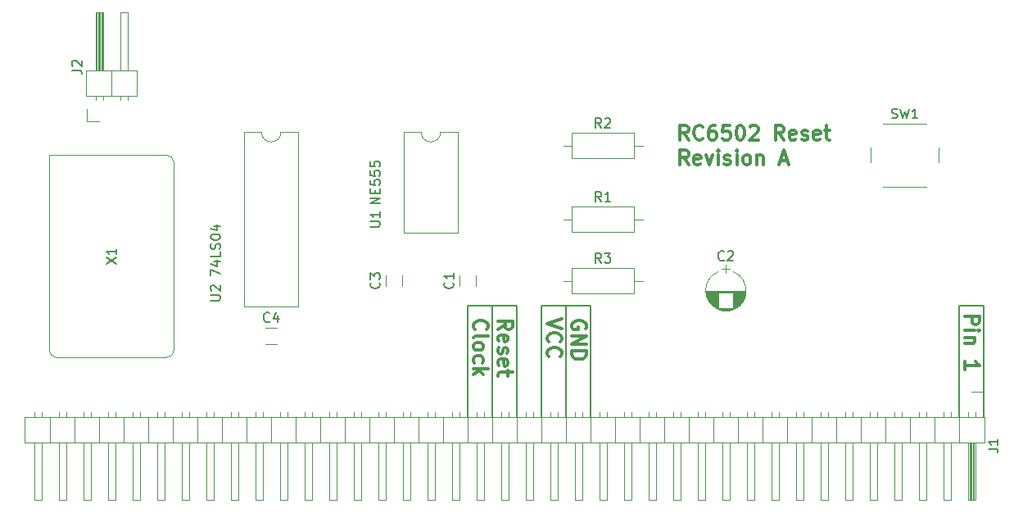
<source format=gto>
G04 #@! TF.FileFunction,Legend,Top*
%FSLAX46Y46*%
G04 Gerber Fmt 4.6, Leading zero omitted, Abs format (unit mm)*
G04 Created by KiCad (PCBNEW 4.0.6) date 05/15/17 22:27:35*
%MOMM*%
%LPD*%
G01*
G04 APERTURE LIST*
%ADD10C,0.100000*%
%ADD11C,0.300000*%
%ADD12C,0.200000*%
%ADD13C,0.120000*%
%ADD14C,0.150000*%
G04 APERTURE END LIST*
D10*
D11*
X139164286Y-138374286D02*
X139092857Y-138302857D01*
X139021429Y-138088571D01*
X139021429Y-137945714D01*
X139092857Y-137731429D01*
X139235714Y-137588571D01*
X139378571Y-137517143D01*
X139664286Y-137445714D01*
X139878571Y-137445714D01*
X140164286Y-137517143D01*
X140307143Y-137588571D01*
X140450000Y-137731429D01*
X140521429Y-137945714D01*
X140521429Y-138088571D01*
X140450000Y-138302857D01*
X140378571Y-138374286D01*
X139021429Y-139231429D02*
X139092857Y-139088571D01*
X139235714Y-139017143D01*
X140521429Y-139017143D01*
X139021429Y-140017143D02*
X139092857Y-139874285D01*
X139164286Y-139802857D01*
X139307143Y-139731428D01*
X139735714Y-139731428D01*
X139878571Y-139802857D01*
X139950000Y-139874285D01*
X140021429Y-140017143D01*
X140021429Y-140231428D01*
X139950000Y-140374285D01*
X139878571Y-140445714D01*
X139735714Y-140517143D01*
X139307143Y-140517143D01*
X139164286Y-140445714D01*
X139092857Y-140374285D01*
X139021429Y-140231428D01*
X139021429Y-140017143D01*
X139092857Y-141802857D02*
X139021429Y-141660000D01*
X139021429Y-141374286D01*
X139092857Y-141231428D01*
X139164286Y-141160000D01*
X139307143Y-141088571D01*
X139735714Y-141088571D01*
X139878571Y-141160000D01*
X139950000Y-141231428D01*
X140021429Y-141374286D01*
X140021429Y-141660000D01*
X139950000Y-141802857D01*
X139021429Y-142445714D02*
X140521429Y-142445714D01*
X139592857Y-142588571D02*
X139021429Y-143017142D01*
X140021429Y-143017142D02*
X139450000Y-142445714D01*
X141561429Y-138374286D02*
X142275714Y-137874286D01*
X141561429Y-137517143D02*
X143061429Y-137517143D01*
X143061429Y-138088571D01*
X142990000Y-138231429D01*
X142918571Y-138302857D01*
X142775714Y-138374286D01*
X142561429Y-138374286D01*
X142418571Y-138302857D01*
X142347143Y-138231429D01*
X142275714Y-138088571D01*
X142275714Y-137517143D01*
X141632857Y-139588571D02*
X141561429Y-139445714D01*
X141561429Y-139160000D01*
X141632857Y-139017143D01*
X141775714Y-138945714D01*
X142347143Y-138945714D01*
X142490000Y-139017143D01*
X142561429Y-139160000D01*
X142561429Y-139445714D01*
X142490000Y-139588571D01*
X142347143Y-139660000D01*
X142204286Y-139660000D01*
X142061429Y-138945714D01*
X141632857Y-140231428D02*
X141561429Y-140374285D01*
X141561429Y-140660000D01*
X141632857Y-140802857D01*
X141775714Y-140874285D01*
X141847143Y-140874285D01*
X141990000Y-140802857D01*
X142061429Y-140660000D01*
X142061429Y-140445714D01*
X142132857Y-140302857D01*
X142275714Y-140231428D01*
X142347143Y-140231428D01*
X142490000Y-140302857D01*
X142561429Y-140445714D01*
X142561429Y-140660000D01*
X142490000Y-140802857D01*
X141632857Y-142088571D02*
X141561429Y-141945714D01*
X141561429Y-141660000D01*
X141632857Y-141517143D01*
X141775714Y-141445714D01*
X142347143Y-141445714D01*
X142490000Y-141517143D01*
X142561429Y-141660000D01*
X142561429Y-141945714D01*
X142490000Y-142088571D01*
X142347143Y-142160000D01*
X142204286Y-142160000D01*
X142061429Y-141445714D01*
X142561429Y-142588571D02*
X142561429Y-143160000D01*
X143061429Y-142802857D02*
X141775714Y-142802857D01*
X141632857Y-142874285D01*
X141561429Y-143017143D01*
X141561429Y-143160000D01*
X148141429Y-137302857D02*
X146641429Y-137802857D01*
X148141429Y-138302857D01*
X146784286Y-139660000D02*
X146712857Y-139588571D01*
X146641429Y-139374285D01*
X146641429Y-139231428D01*
X146712857Y-139017143D01*
X146855714Y-138874285D01*
X146998571Y-138802857D01*
X147284286Y-138731428D01*
X147498571Y-138731428D01*
X147784286Y-138802857D01*
X147927143Y-138874285D01*
X148070000Y-139017143D01*
X148141429Y-139231428D01*
X148141429Y-139374285D01*
X148070000Y-139588571D01*
X147998571Y-139660000D01*
X146784286Y-141160000D02*
X146712857Y-141088571D01*
X146641429Y-140874285D01*
X146641429Y-140731428D01*
X146712857Y-140517143D01*
X146855714Y-140374285D01*
X146998571Y-140302857D01*
X147284286Y-140231428D01*
X147498571Y-140231428D01*
X147784286Y-140302857D01*
X147927143Y-140374285D01*
X148070000Y-140517143D01*
X148141429Y-140731428D01*
X148141429Y-140874285D01*
X148070000Y-141088571D01*
X147998571Y-141160000D01*
X150610000Y-138302857D02*
X150681429Y-138160000D01*
X150681429Y-137945714D01*
X150610000Y-137731429D01*
X150467143Y-137588571D01*
X150324286Y-137517143D01*
X150038571Y-137445714D01*
X149824286Y-137445714D01*
X149538571Y-137517143D01*
X149395714Y-137588571D01*
X149252857Y-137731429D01*
X149181429Y-137945714D01*
X149181429Y-138088571D01*
X149252857Y-138302857D01*
X149324286Y-138374286D01*
X149824286Y-138374286D01*
X149824286Y-138088571D01*
X149181429Y-139017143D02*
X150681429Y-139017143D01*
X149181429Y-139874286D01*
X150681429Y-139874286D01*
X149181429Y-140588572D02*
X150681429Y-140588572D01*
X150681429Y-140945715D01*
X150610000Y-141160000D01*
X150467143Y-141302858D01*
X150324286Y-141374286D01*
X150038571Y-141445715D01*
X149824286Y-141445715D01*
X149538571Y-141374286D01*
X149395714Y-141302858D01*
X149252857Y-141160000D01*
X149181429Y-140945715D01*
X149181429Y-140588572D01*
D12*
X138430000Y-135890000D02*
X140970000Y-135890000D01*
X138430000Y-147320000D02*
X138430000Y-135890000D01*
X140970000Y-135890000D02*
X140970000Y-147320000D01*
X143510000Y-135890000D02*
X140970000Y-135890000D01*
X143510000Y-147320000D02*
X143510000Y-135890000D01*
X146050000Y-135890000D02*
X146050000Y-147320000D01*
X148590000Y-135890000D02*
X146050000Y-135890000D01*
X148590000Y-135890000D02*
X148590000Y-147320000D01*
X151130000Y-135890000D02*
X148590000Y-135890000D01*
X151130000Y-147320000D02*
X151130000Y-135890000D01*
D11*
X161234286Y-118783571D02*
X160734286Y-118069286D01*
X160377143Y-118783571D02*
X160377143Y-117283571D01*
X160948571Y-117283571D01*
X161091429Y-117355000D01*
X161162857Y-117426429D01*
X161234286Y-117569286D01*
X161234286Y-117783571D01*
X161162857Y-117926429D01*
X161091429Y-117997857D01*
X160948571Y-118069286D01*
X160377143Y-118069286D01*
X162734286Y-118640714D02*
X162662857Y-118712143D01*
X162448571Y-118783571D01*
X162305714Y-118783571D01*
X162091429Y-118712143D01*
X161948571Y-118569286D01*
X161877143Y-118426429D01*
X161805714Y-118140714D01*
X161805714Y-117926429D01*
X161877143Y-117640714D01*
X161948571Y-117497857D01*
X162091429Y-117355000D01*
X162305714Y-117283571D01*
X162448571Y-117283571D01*
X162662857Y-117355000D01*
X162734286Y-117426429D01*
X164020000Y-117283571D02*
X163734286Y-117283571D01*
X163591429Y-117355000D01*
X163520000Y-117426429D01*
X163377143Y-117640714D01*
X163305714Y-117926429D01*
X163305714Y-118497857D01*
X163377143Y-118640714D01*
X163448571Y-118712143D01*
X163591429Y-118783571D01*
X163877143Y-118783571D01*
X164020000Y-118712143D01*
X164091429Y-118640714D01*
X164162857Y-118497857D01*
X164162857Y-118140714D01*
X164091429Y-117997857D01*
X164020000Y-117926429D01*
X163877143Y-117855000D01*
X163591429Y-117855000D01*
X163448571Y-117926429D01*
X163377143Y-117997857D01*
X163305714Y-118140714D01*
X165520000Y-117283571D02*
X164805714Y-117283571D01*
X164734285Y-117997857D01*
X164805714Y-117926429D01*
X164948571Y-117855000D01*
X165305714Y-117855000D01*
X165448571Y-117926429D01*
X165520000Y-117997857D01*
X165591428Y-118140714D01*
X165591428Y-118497857D01*
X165520000Y-118640714D01*
X165448571Y-118712143D01*
X165305714Y-118783571D01*
X164948571Y-118783571D01*
X164805714Y-118712143D01*
X164734285Y-118640714D01*
X166519999Y-117283571D02*
X166662856Y-117283571D01*
X166805713Y-117355000D01*
X166877142Y-117426429D01*
X166948571Y-117569286D01*
X167019999Y-117855000D01*
X167019999Y-118212143D01*
X166948571Y-118497857D01*
X166877142Y-118640714D01*
X166805713Y-118712143D01*
X166662856Y-118783571D01*
X166519999Y-118783571D01*
X166377142Y-118712143D01*
X166305713Y-118640714D01*
X166234285Y-118497857D01*
X166162856Y-118212143D01*
X166162856Y-117855000D01*
X166234285Y-117569286D01*
X166305713Y-117426429D01*
X166377142Y-117355000D01*
X166519999Y-117283571D01*
X167591427Y-117426429D02*
X167662856Y-117355000D01*
X167805713Y-117283571D01*
X168162856Y-117283571D01*
X168305713Y-117355000D01*
X168377142Y-117426429D01*
X168448570Y-117569286D01*
X168448570Y-117712143D01*
X168377142Y-117926429D01*
X167519999Y-118783571D01*
X168448570Y-118783571D01*
X171091427Y-118783571D02*
X170591427Y-118069286D01*
X170234284Y-118783571D02*
X170234284Y-117283571D01*
X170805712Y-117283571D01*
X170948570Y-117355000D01*
X171019998Y-117426429D01*
X171091427Y-117569286D01*
X171091427Y-117783571D01*
X171019998Y-117926429D01*
X170948570Y-117997857D01*
X170805712Y-118069286D01*
X170234284Y-118069286D01*
X172305712Y-118712143D02*
X172162855Y-118783571D01*
X171877141Y-118783571D01*
X171734284Y-118712143D01*
X171662855Y-118569286D01*
X171662855Y-117997857D01*
X171734284Y-117855000D01*
X171877141Y-117783571D01*
X172162855Y-117783571D01*
X172305712Y-117855000D01*
X172377141Y-117997857D01*
X172377141Y-118140714D01*
X171662855Y-118283571D01*
X172948569Y-118712143D02*
X173091426Y-118783571D01*
X173377141Y-118783571D01*
X173519998Y-118712143D01*
X173591426Y-118569286D01*
X173591426Y-118497857D01*
X173519998Y-118355000D01*
X173377141Y-118283571D01*
X173162855Y-118283571D01*
X173019998Y-118212143D01*
X172948569Y-118069286D01*
X172948569Y-117997857D01*
X173019998Y-117855000D01*
X173162855Y-117783571D01*
X173377141Y-117783571D01*
X173519998Y-117855000D01*
X174805712Y-118712143D02*
X174662855Y-118783571D01*
X174377141Y-118783571D01*
X174234284Y-118712143D01*
X174162855Y-118569286D01*
X174162855Y-117997857D01*
X174234284Y-117855000D01*
X174377141Y-117783571D01*
X174662855Y-117783571D01*
X174805712Y-117855000D01*
X174877141Y-117997857D01*
X174877141Y-118140714D01*
X174162855Y-118283571D01*
X175305712Y-117783571D02*
X175877141Y-117783571D01*
X175519998Y-117283571D02*
X175519998Y-118569286D01*
X175591426Y-118712143D01*
X175734284Y-118783571D01*
X175877141Y-118783571D01*
X161234286Y-121333571D02*
X160734286Y-120619286D01*
X160377143Y-121333571D02*
X160377143Y-119833571D01*
X160948571Y-119833571D01*
X161091429Y-119905000D01*
X161162857Y-119976429D01*
X161234286Y-120119286D01*
X161234286Y-120333571D01*
X161162857Y-120476429D01*
X161091429Y-120547857D01*
X160948571Y-120619286D01*
X160377143Y-120619286D01*
X162448571Y-121262143D02*
X162305714Y-121333571D01*
X162020000Y-121333571D01*
X161877143Y-121262143D01*
X161805714Y-121119286D01*
X161805714Y-120547857D01*
X161877143Y-120405000D01*
X162020000Y-120333571D01*
X162305714Y-120333571D01*
X162448571Y-120405000D01*
X162520000Y-120547857D01*
X162520000Y-120690714D01*
X161805714Y-120833571D01*
X163020000Y-120333571D02*
X163377143Y-121333571D01*
X163734285Y-120333571D01*
X164305714Y-121333571D02*
X164305714Y-120333571D01*
X164305714Y-119833571D02*
X164234285Y-119905000D01*
X164305714Y-119976429D01*
X164377142Y-119905000D01*
X164305714Y-119833571D01*
X164305714Y-119976429D01*
X164948571Y-121262143D02*
X165091428Y-121333571D01*
X165377143Y-121333571D01*
X165520000Y-121262143D01*
X165591428Y-121119286D01*
X165591428Y-121047857D01*
X165520000Y-120905000D01*
X165377143Y-120833571D01*
X165162857Y-120833571D01*
X165020000Y-120762143D01*
X164948571Y-120619286D01*
X164948571Y-120547857D01*
X165020000Y-120405000D01*
X165162857Y-120333571D01*
X165377143Y-120333571D01*
X165520000Y-120405000D01*
X166234286Y-121333571D02*
X166234286Y-120333571D01*
X166234286Y-119833571D02*
X166162857Y-119905000D01*
X166234286Y-119976429D01*
X166305714Y-119905000D01*
X166234286Y-119833571D01*
X166234286Y-119976429D01*
X167162858Y-121333571D02*
X167020000Y-121262143D01*
X166948572Y-121190714D01*
X166877143Y-121047857D01*
X166877143Y-120619286D01*
X166948572Y-120476429D01*
X167020000Y-120405000D01*
X167162858Y-120333571D01*
X167377143Y-120333571D01*
X167520000Y-120405000D01*
X167591429Y-120476429D01*
X167662858Y-120619286D01*
X167662858Y-121047857D01*
X167591429Y-121190714D01*
X167520000Y-121262143D01*
X167377143Y-121333571D01*
X167162858Y-121333571D01*
X168305715Y-120333571D02*
X168305715Y-121333571D01*
X168305715Y-120476429D02*
X168377143Y-120405000D01*
X168520001Y-120333571D01*
X168734286Y-120333571D01*
X168877143Y-120405000D01*
X168948572Y-120547857D01*
X168948572Y-121333571D01*
X170734286Y-120905000D02*
X171448572Y-120905000D01*
X170591429Y-121333571D02*
X171091429Y-119833571D01*
X171591429Y-121333571D01*
X189821429Y-136985715D02*
X191321429Y-136985715D01*
X191321429Y-137557143D01*
X191250000Y-137700001D01*
X191178571Y-137771429D01*
X191035714Y-137842858D01*
X190821429Y-137842858D01*
X190678571Y-137771429D01*
X190607143Y-137700001D01*
X190535714Y-137557143D01*
X190535714Y-136985715D01*
X189821429Y-138485715D02*
X190821429Y-138485715D01*
X191321429Y-138485715D02*
X191250000Y-138414286D01*
X191178571Y-138485715D01*
X191250000Y-138557143D01*
X191321429Y-138485715D01*
X191178571Y-138485715D01*
X190821429Y-139200001D02*
X189821429Y-139200001D01*
X190678571Y-139200001D02*
X190750000Y-139271429D01*
X190821429Y-139414287D01*
X190821429Y-139628572D01*
X190750000Y-139771429D01*
X190607143Y-139842858D01*
X189821429Y-139842858D01*
X189821429Y-142485715D02*
X189821429Y-141628572D01*
X189821429Y-142057144D02*
X191321429Y-142057144D01*
X191107143Y-141914287D01*
X190964286Y-141771429D01*
X190892857Y-141628572D01*
D12*
X191770000Y-135890000D02*
X191770000Y-147320000D01*
X189230000Y-135890000D02*
X191770000Y-135890000D01*
X189230000Y-147320000D02*
X189230000Y-135890000D01*
D13*
X149190000Y-125690000D02*
X149190000Y-128310000D01*
X149190000Y-128310000D02*
X155610000Y-128310000D01*
X155610000Y-128310000D02*
X155610000Y-125690000D01*
X155610000Y-125690000D02*
X149190000Y-125690000D01*
X148300000Y-127000000D02*
X149190000Y-127000000D01*
X156500000Y-127000000D02*
X155610000Y-127000000D01*
X149190000Y-118070000D02*
X149190000Y-120690000D01*
X149190000Y-120690000D02*
X155610000Y-120690000D01*
X155610000Y-120690000D02*
X155610000Y-118070000D01*
X155610000Y-118070000D02*
X149190000Y-118070000D01*
X148300000Y-119380000D02*
X149190000Y-119380000D01*
X156500000Y-119380000D02*
X155610000Y-119380000D01*
X181340000Y-123610000D02*
X185840000Y-123610000D01*
X180090000Y-119610000D02*
X180090000Y-121110000D01*
X185840000Y-117110000D02*
X181340000Y-117110000D01*
X187090000Y-121110000D02*
X187090000Y-119610000D01*
X133620000Y-117990000D02*
X131850000Y-117990000D01*
X131850000Y-117990000D02*
X131850000Y-128390000D01*
X131850000Y-128390000D02*
X137390000Y-128390000D01*
X137390000Y-128390000D02*
X137390000Y-117990000D01*
X137390000Y-117990000D02*
X135620000Y-117990000D01*
X135620000Y-117990000D02*
G75*
G02X133620000Y-117990000I-1000000J0D01*
G01*
X117110000Y-117990000D02*
X115340000Y-117990000D01*
X115340000Y-117990000D02*
X115340000Y-136010000D01*
X115340000Y-136010000D02*
X120880000Y-136010000D01*
X120880000Y-136010000D02*
X120880000Y-117990000D01*
X120880000Y-117990000D02*
X119110000Y-117990000D01*
X119110000Y-117990000D02*
G75*
G02X117110000Y-117990000I-1000000J0D01*
G01*
X139291000Y-132743000D02*
X139291000Y-133917000D01*
X137569000Y-132743000D02*
X137569000Y-133917000D01*
X165879089Y-136289361D02*
G75*
G03X165880000Y-132411005I-779089J1939361D01*
G01*
X164320911Y-136289361D02*
G75*
G02X164320000Y-132411005I779089J1939361D01*
G01*
X164320911Y-136289361D02*
G75*
G03X165880000Y-136288995I779089J1939361D01*
G01*
X167150000Y-134350000D02*
X163050000Y-134350000D01*
X167150000Y-134390000D02*
X163050000Y-134390000D01*
X167149000Y-134430000D02*
X163051000Y-134430000D01*
X167147000Y-134470000D02*
X163053000Y-134470000D01*
X167144000Y-134510000D02*
X163056000Y-134510000D01*
X167141000Y-134550000D02*
X163059000Y-134550000D01*
X167137000Y-134590000D02*
X165880000Y-134590000D01*
X164320000Y-134590000D02*
X163063000Y-134590000D01*
X167132000Y-134630000D02*
X165880000Y-134630000D01*
X164320000Y-134630000D02*
X163068000Y-134630000D01*
X167126000Y-134670000D02*
X165880000Y-134670000D01*
X164320000Y-134670000D02*
X163074000Y-134670000D01*
X167119000Y-134710000D02*
X165880000Y-134710000D01*
X164320000Y-134710000D02*
X163081000Y-134710000D01*
X167112000Y-134750000D02*
X165880000Y-134750000D01*
X164320000Y-134750000D02*
X163088000Y-134750000D01*
X167104000Y-134790000D02*
X165880000Y-134790000D01*
X164320000Y-134790000D02*
X163096000Y-134790000D01*
X167095000Y-134830000D02*
X165880000Y-134830000D01*
X164320000Y-134830000D02*
X163105000Y-134830000D01*
X167085000Y-134870000D02*
X165880000Y-134870000D01*
X164320000Y-134870000D02*
X163115000Y-134870000D01*
X167074000Y-134910000D02*
X165880000Y-134910000D01*
X164320000Y-134910000D02*
X163126000Y-134910000D01*
X167063000Y-134950000D02*
X165880000Y-134950000D01*
X164320000Y-134950000D02*
X163137000Y-134950000D01*
X167050000Y-134990000D02*
X165880000Y-134990000D01*
X164320000Y-134990000D02*
X163150000Y-134990000D01*
X167037000Y-135030000D02*
X165880000Y-135030000D01*
X164320000Y-135030000D02*
X163163000Y-135030000D01*
X167023000Y-135071000D02*
X165880000Y-135071000D01*
X164320000Y-135071000D02*
X163177000Y-135071000D01*
X167007000Y-135111000D02*
X165880000Y-135111000D01*
X164320000Y-135111000D02*
X163193000Y-135111000D01*
X166991000Y-135151000D02*
X165880000Y-135151000D01*
X164320000Y-135151000D02*
X163209000Y-135151000D01*
X166974000Y-135191000D02*
X165880000Y-135191000D01*
X164320000Y-135191000D02*
X163226000Y-135191000D01*
X166956000Y-135231000D02*
X165880000Y-135231000D01*
X164320000Y-135231000D02*
X163244000Y-135231000D01*
X166937000Y-135271000D02*
X165880000Y-135271000D01*
X164320000Y-135271000D02*
X163263000Y-135271000D01*
X166917000Y-135311000D02*
X165880000Y-135311000D01*
X164320000Y-135311000D02*
X163283000Y-135311000D01*
X166896000Y-135351000D02*
X165880000Y-135351000D01*
X164320000Y-135351000D02*
X163304000Y-135351000D01*
X166873000Y-135391000D02*
X165880000Y-135391000D01*
X164320000Y-135391000D02*
X163327000Y-135391000D01*
X166850000Y-135431000D02*
X165880000Y-135431000D01*
X164320000Y-135431000D02*
X163350000Y-135431000D01*
X166825000Y-135471000D02*
X165880000Y-135471000D01*
X164320000Y-135471000D02*
X163375000Y-135471000D01*
X166799000Y-135511000D02*
X165880000Y-135511000D01*
X164320000Y-135511000D02*
X163401000Y-135511000D01*
X166772000Y-135551000D02*
X165880000Y-135551000D01*
X164320000Y-135551000D02*
X163428000Y-135551000D01*
X166743000Y-135591000D02*
X165880000Y-135591000D01*
X164320000Y-135591000D02*
X163457000Y-135591000D01*
X166713000Y-135631000D02*
X165880000Y-135631000D01*
X164320000Y-135631000D02*
X163487000Y-135631000D01*
X166681000Y-135671000D02*
X165880000Y-135671000D01*
X164320000Y-135671000D02*
X163519000Y-135671000D01*
X166647000Y-135711000D02*
X165880000Y-135711000D01*
X164320000Y-135711000D02*
X163553000Y-135711000D01*
X166612000Y-135751000D02*
X165880000Y-135751000D01*
X164320000Y-135751000D02*
X163588000Y-135751000D01*
X166575000Y-135791000D02*
X165880000Y-135791000D01*
X164320000Y-135791000D02*
X163625000Y-135791000D01*
X166536000Y-135831000D02*
X165880000Y-135831000D01*
X164320000Y-135831000D02*
X163664000Y-135831000D01*
X166495000Y-135871000D02*
X165880000Y-135871000D01*
X164320000Y-135871000D02*
X163705000Y-135871000D01*
X166451000Y-135911000D02*
X165880000Y-135911000D01*
X164320000Y-135911000D02*
X163749000Y-135911000D01*
X166405000Y-135951000D02*
X165880000Y-135951000D01*
X164320000Y-135951000D02*
X163795000Y-135951000D01*
X166356000Y-135991000D02*
X165880000Y-135991000D01*
X164320000Y-135991000D02*
X163844000Y-135991000D01*
X166304000Y-136031000D02*
X165880000Y-136031000D01*
X164320000Y-136031000D02*
X163896000Y-136031000D01*
X166248000Y-136071000D02*
X165880000Y-136071000D01*
X164320000Y-136071000D02*
X163952000Y-136071000D01*
X166188000Y-136111000D02*
X165880000Y-136111000D01*
X164320000Y-136111000D02*
X164012000Y-136111000D01*
X166123000Y-136151000D02*
X164077000Y-136151000D01*
X166052000Y-136191000D02*
X164148000Y-136191000D01*
X165974000Y-136231000D02*
X164226000Y-136231000D01*
X165886000Y-136271000D02*
X164314000Y-136271000D01*
X165786000Y-136311000D02*
X164414000Y-136311000D01*
X165667000Y-136351000D02*
X164533000Y-136351000D01*
X165515000Y-136391000D02*
X164685000Y-136391000D01*
X165265000Y-136431000D02*
X164935000Y-136431000D01*
X165100000Y-131650000D02*
X165100000Y-132550000D01*
X165550000Y-132100000D02*
X164650000Y-132100000D01*
X131671000Y-132743000D02*
X131671000Y-133917000D01*
X129949000Y-132743000D02*
X129949000Y-133917000D01*
X149190000Y-132040000D02*
X149190000Y-134660000D01*
X149190000Y-134660000D02*
X155610000Y-134660000D01*
X155610000Y-134660000D02*
X155610000Y-132040000D01*
X155610000Y-132040000D02*
X149190000Y-132040000D01*
X148300000Y-133350000D02*
X149190000Y-133350000D01*
X156500000Y-133350000D02*
X155610000Y-133350000D01*
X99000000Y-114230000D02*
X101600000Y-114230000D01*
X101600000Y-114230000D02*
X101600000Y-111610000D01*
X101600000Y-111610000D02*
X99000000Y-111610000D01*
X99000000Y-111610000D02*
X99000000Y-114230000D01*
X99950000Y-111610000D02*
X100710000Y-111610000D01*
X100710000Y-111610000D02*
X100710000Y-105610000D01*
X100710000Y-105610000D02*
X99950000Y-105610000D01*
X99950000Y-105610000D02*
X99950000Y-111610000D01*
X99950000Y-114660000D02*
X99950000Y-114230000D01*
X100710000Y-114660000D02*
X100710000Y-114230000D01*
X100070000Y-111610000D02*
X100070000Y-105610000D01*
X100190000Y-111610000D02*
X100190000Y-105610000D01*
X100310000Y-111610000D02*
X100310000Y-105610000D01*
X100430000Y-111610000D02*
X100430000Y-105610000D01*
X100550000Y-111610000D02*
X100550000Y-105610000D01*
X100670000Y-111610000D02*
X100670000Y-105610000D01*
X101600000Y-114230000D02*
X104200000Y-114230000D01*
X104200000Y-114230000D02*
X104200000Y-111610000D01*
X104200000Y-111610000D02*
X101600000Y-111610000D01*
X101600000Y-111610000D02*
X101600000Y-114230000D01*
X102490000Y-111610000D02*
X103250000Y-111610000D01*
X103250000Y-111610000D02*
X103250000Y-105610000D01*
X103250000Y-105610000D02*
X102490000Y-105610000D01*
X102490000Y-105610000D02*
X102490000Y-111610000D01*
X102490000Y-114660000D02*
X102490000Y-114230000D01*
X103250000Y-114660000D02*
X103250000Y-114230000D01*
X100330000Y-116840000D02*
X99060000Y-116840000D01*
X99060000Y-116840000D02*
X99060000Y-115570000D01*
X107300000Y-120360000D02*
X95150000Y-120360000D01*
X108050000Y-140510000D02*
X108050000Y-121110000D01*
X95900000Y-141260000D02*
X107300000Y-141260000D01*
X95150000Y-120360000D02*
X95150000Y-140510000D01*
X95150000Y-140510000D02*
G75*
G03X95900000Y-141260000I750000J0D01*
G01*
X107300000Y-141260000D02*
G75*
G03X108050000Y-140510000I0J750000D01*
G01*
X108050000Y-121110000D02*
G75*
G03X107300000Y-120360000I-750000J0D01*
G01*
X191830000Y-147390000D02*
X189230000Y-147390000D01*
X189230000Y-147390000D02*
X189230000Y-150010000D01*
X189230000Y-150010000D02*
X191830000Y-150010000D01*
X191830000Y-150010000D02*
X191830000Y-147390000D01*
X190880000Y-150010000D02*
X190120000Y-150010000D01*
X190120000Y-150010000D02*
X190120000Y-156010000D01*
X190120000Y-156010000D02*
X190880000Y-156010000D01*
X190880000Y-156010000D02*
X190880000Y-150010000D01*
X190880000Y-146960000D02*
X190880000Y-147390000D01*
X190120000Y-146960000D02*
X190120000Y-147390000D01*
X190760000Y-150010000D02*
X190760000Y-156010000D01*
X190640000Y-150010000D02*
X190640000Y-156010000D01*
X190520000Y-150010000D02*
X190520000Y-156010000D01*
X190400000Y-150010000D02*
X190400000Y-156010000D01*
X190280000Y-150010000D02*
X190280000Y-156010000D01*
X190160000Y-150010000D02*
X190160000Y-156010000D01*
X189230000Y-147390000D02*
X186690000Y-147390000D01*
X186690000Y-147390000D02*
X186690000Y-150010000D01*
X186690000Y-150010000D02*
X189230000Y-150010000D01*
X189230000Y-150010000D02*
X189230000Y-147390000D01*
X188340000Y-150010000D02*
X187580000Y-150010000D01*
X187580000Y-150010000D02*
X187580000Y-156010000D01*
X187580000Y-156010000D02*
X188340000Y-156010000D01*
X188340000Y-156010000D02*
X188340000Y-150010000D01*
X188340000Y-146960000D02*
X188340000Y-147390000D01*
X187580000Y-146960000D02*
X187580000Y-147390000D01*
X186690000Y-147390000D02*
X184150000Y-147390000D01*
X184150000Y-147390000D02*
X184150000Y-150010000D01*
X184150000Y-150010000D02*
X186690000Y-150010000D01*
X186690000Y-150010000D02*
X186690000Y-147390000D01*
X185800000Y-150010000D02*
X185040000Y-150010000D01*
X185040000Y-150010000D02*
X185040000Y-156010000D01*
X185040000Y-156010000D02*
X185800000Y-156010000D01*
X185800000Y-156010000D02*
X185800000Y-150010000D01*
X185800000Y-146960000D02*
X185800000Y-147390000D01*
X185040000Y-146960000D02*
X185040000Y-147390000D01*
X184150000Y-147390000D02*
X181610000Y-147390000D01*
X181610000Y-147390000D02*
X181610000Y-150010000D01*
X181610000Y-150010000D02*
X184150000Y-150010000D01*
X184150000Y-150010000D02*
X184150000Y-147390000D01*
X183260000Y-150010000D02*
X182500000Y-150010000D01*
X182500000Y-150010000D02*
X182500000Y-156010000D01*
X182500000Y-156010000D02*
X183260000Y-156010000D01*
X183260000Y-156010000D02*
X183260000Y-150010000D01*
X183260000Y-146960000D02*
X183260000Y-147390000D01*
X182500000Y-146960000D02*
X182500000Y-147390000D01*
X181610000Y-147390000D02*
X179070000Y-147390000D01*
X179070000Y-147390000D02*
X179070000Y-150010000D01*
X179070000Y-150010000D02*
X181610000Y-150010000D01*
X181610000Y-150010000D02*
X181610000Y-147390000D01*
X180720000Y-150010000D02*
X179960000Y-150010000D01*
X179960000Y-150010000D02*
X179960000Y-156010000D01*
X179960000Y-156010000D02*
X180720000Y-156010000D01*
X180720000Y-156010000D02*
X180720000Y-150010000D01*
X180720000Y-146960000D02*
X180720000Y-147390000D01*
X179960000Y-146960000D02*
X179960000Y-147390000D01*
X179070000Y-147390000D02*
X176530000Y-147390000D01*
X176530000Y-147390000D02*
X176530000Y-150010000D01*
X176530000Y-150010000D02*
X179070000Y-150010000D01*
X179070000Y-150010000D02*
X179070000Y-147390000D01*
X178180000Y-150010000D02*
X177420000Y-150010000D01*
X177420000Y-150010000D02*
X177420000Y-156010000D01*
X177420000Y-156010000D02*
X178180000Y-156010000D01*
X178180000Y-156010000D02*
X178180000Y-150010000D01*
X178180000Y-146960000D02*
X178180000Y-147390000D01*
X177420000Y-146960000D02*
X177420000Y-147390000D01*
X176530000Y-147390000D02*
X173990000Y-147390000D01*
X173990000Y-147390000D02*
X173990000Y-150010000D01*
X173990000Y-150010000D02*
X176530000Y-150010000D01*
X176530000Y-150010000D02*
X176530000Y-147390000D01*
X175640000Y-150010000D02*
X174880000Y-150010000D01*
X174880000Y-150010000D02*
X174880000Y-156010000D01*
X174880000Y-156010000D02*
X175640000Y-156010000D01*
X175640000Y-156010000D02*
X175640000Y-150010000D01*
X175640000Y-146960000D02*
X175640000Y-147390000D01*
X174880000Y-146960000D02*
X174880000Y-147390000D01*
X173990000Y-147390000D02*
X171450000Y-147390000D01*
X171450000Y-147390000D02*
X171450000Y-150010000D01*
X171450000Y-150010000D02*
X173990000Y-150010000D01*
X173990000Y-150010000D02*
X173990000Y-147390000D01*
X173100000Y-150010000D02*
X172340000Y-150010000D01*
X172340000Y-150010000D02*
X172340000Y-156010000D01*
X172340000Y-156010000D02*
X173100000Y-156010000D01*
X173100000Y-156010000D02*
X173100000Y-150010000D01*
X173100000Y-146960000D02*
X173100000Y-147390000D01*
X172340000Y-146960000D02*
X172340000Y-147390000D01*
X171450000Y-147390000D02*
X168910000Y-147390000D01*
X168910000Y-147390000D02*
X168910000Y-150010000D01*
X168910000Y-150010000D02*
X171450000Y-150010000D01*
X171450000Y-150010000D02*
X171450000Y-147390000D01*
X170560000Y-150010000D02*
X169800000Y-150010000D01*
X169800000Y-150010000D02*
X169800000Y-156010000D01*
X169800000Y-156010000D02*
X170560000Y-156010000D01*
X170560000Y-156010000D02*
X170560000Y-150010000D01*
X170560000Y-146960000D02*
X170560000Y-147390000D01*
X169800000Y-146960000D02*
X169800000Y-147390000D01*
X168910000Y-147390000D02*
X166370000Y-147390000D01*
X166370000Y-147390000D02*
X166370000Y-150010000D01*
X166370000Y-150010000D02*
X168910000Y-150010000D01*
X168910000Y-150010000D02*
X168910000Y-147390000D01*
X168020000Y-150010000D02*
X167260000Y-150010000D01*
X167260000Y-150010000D02*
X167260000Y-156010000D01*
X167260000Y-156010000D02*
X168020000Y-156010000D01*
X168020000Y-156010000D02*
X168020000Y-150010000D01*
X168020000Y-146960000D02*
X168020000Y-147390000D01*
X167260000Y-146960000D02*
X167260000Y-147390000D01*
X166370000Y-147390000D02*
X163830000Y-147390000D01*
X163830000Y-147390000D02*
X163830000Y-150010000D01*
X163830000Y-150010000D02*
X166370000Y-150010000D01*
X166370000Y-150010000D02*
X166370000Y-147390000D01*
X165480000Y-150010000D02*
X164720000Y-150010000D01*
X164720000Y-150010000D02*
X164720000Y-156010000D01*
X164720000Y-156010000D02*
X165480000Y-156010000D01*
X165480000Y-156010000D02*
X165480000Y-150010000D01*
X165480000Y-146960000D02*
X165480000Y-147390000D01*
X164720000Y-146960000D02*
X164720000Y-147390000D01*
X163830000Y-147390000D02*
X161290000Y-147390000D01*
X161290000Y-147390000D02*
X161290000Y-150010000D01*
X161290000Y-150010000D02*
X163830000Y-150010000D01*
X163830000Y-150010000D02*
X163830000Y-147390000D01*
X162940000Y-150010000D02*
X162180000Y-150010000D01*
X162180000Y-150010000D02*
X162180000Y-156010000D01*
X162180000Y-156010000D02*
X162940000Y-156010000D01*
X162940000Y-156010000D02*
X162940000Y-150010000D01*
X162940000Y-146960000D02*
X162940000Y-147390000D01*
X162180000Y-146960000D02*
X162180000Y-147390000D01*
X161290000Y-147390000D02*
X158750000Y-147390000D01*
X158750000Y-147390000D02*
X158750000Y-150010000D01*
X158750000Y-150010000D02*
X161290000Y-150010000D01*
X161290000Y-150010000D02*
X161290000Y-147390000D01*
X160400000Y-150010000D02*
X159640000Y-150010000D01*
X159640000Y-150010000D02*
X159640000Y-156010000D01*
X159640000Y-156010000D02*
X160400000Y-156010000D01*
X160400000Y-156010000D02*
X160400000Y-150010000D01*
X160400000Y-146960000D02*
X160400000Y-147390000D01*
X159640000Y-146960000D02*
X159640000Y-147390000D01*
X158750000Y-147390000D02*
X156210000Y-147390000D01*
X156210000Y-147390000D02*
X156210000Y-150010000D01*
X156210000Y-150010000D02*
X158750000Y-150010000D01*
X158750000Y-150010000D02*
X158750000Y-147390000D01*
X157860000Y-150010000D02*
X157100000Y-150010000D01*
X157100000Y-150010000D02*
X157100000Y-156010000D01*
X157100000Y-156010000D02*
X157860000Y-156010000D01*
X157860000Y-156010000D02*
X157860000Y-150010000D01*
X157860000Y-146960000D02*
X157860000Y-147390000D01*
X157100000Y-146960000D02*
X157100000Y-147390000D01*
X156210000Y-147390000D02*
X153670000Y-147390000D01*
X153670000Y-147390000D02*
X153670000Y-150010000D01*
X153670000Y-150010000D02*
X156210000Y-150010000D01*
X156210000Y-150010000D02*
X156210000Y-147390000D01*
X155320000Y-150010000D02*
X154560000Y-150010000D01*
X154560000Y-150010000D02*
X154560000Y-156010000D01*
X154560000Y-156010000D02*
X155320000Y-156010000D01*
X155320000Y-156010000D02*
X155320000Y-150010000D01*
X155320000Y-146960000D02*
X155320000Y-147390000D01*
X154560000Y-146960000D02*
X154560000Y-147390000D01*
X153670000Y-147390000D02*
X151130000Y-147390000D01*
X151130000Y-147390000D02*
X151130000Y-150010000D01*
X151130000Y-150010000D02*
X153670000Y-150010000D01*
X153670000Y-150010000D02*
X153670000Y-147390000D01*
X152780000Y-150010000D02*
X152020000Y-150010000D01*
X152020000Y-150010000D02*
X152020000Y-156010000D01*
X152020000Y-156010000D02*
X152780000Y-156010000D01*
X152780000Y-156010000D02*
X152780000Y-150010000D01*
X152780000Y-146960000D02*
X152780000Y-147390000D01*
X152020000Y-146960000D02*
X152020000Y-147390000D01*
X151130000Y-147390000D02*
X148590000Y-147390000D01*
X148590000Y-147390000D02*
X148590000Y-150010000D01*
X148590000Y-150010000D02*
X151130000Y-150010000D01*
X151130000Y-150010000D02*
X151130000Y-147390000D01*
X150240000Y-150010000D02*
X149480000Y-150010000D01*
X149480000Y-150010000D02*
X149480000Y-156010000D01*
X149480000Y-156010000D02*
X150240000Y-156010000D01*
X150240000Y-156010000D02*
X150240000Y-150010000D01*
X150240000Y-146960000D02*
X150240000Y-147390000D01*
X149480000Y-146960000D02*
X149480000Y-147390000D01*
X148590000Y-147390000D02*
X146050000Y-147390000D01*
X146050000Y-147390000D02*
X146050000Y-150010000D01*
X146050000Y-150010000D02*
X148590000Y-150010000D01*
X148590000Y-150010000D02*
X148590000Y-147390000D01*
X147700000Y-150010000D02*
X146940000Y-150010000D01*
X146940000Y-150010000D02*
X146940000Y-156010000D01*
X146940000Y-156010000D02*
X147700000Y-156010000D01*
X147700000Y-156010000D02*
X147700000Y-150010000D01*
X147700000Y-146960000D02*
X147700000Y-147390000D01*
X146940000Y-146960000D02*
X146940000Y-147390000D01*
X146050000Y-147390000D02*
X143510000Y-147390000D01*
X143510000Y-147390000D02*
X143510000Y-150010000D01*
X143510000Y-150010000D02*
X146050000Y-150010000D01*
X146050000Y-150010000D02*
X146050000Y-147390000D01*
X145160000Y-150010000D02*
X144400000Y-150010000D01*
X144400000Y-150010000D02*
X144400000Y-156010000D01*
X144400000Y-156010000D02*
X145160000Y-156010000D01*
X145160000Y-156010000D02*
X145160000Y-150010000D01*
X145160000Y-146960000D02*
X145160000Y-147390000D01*
X144400000Y-146960000D02*
X144400000Y-147390000D01*
X143510000Y-147390000D02*
X140970000Y-147390000D01*
X140970000Y-147390000D02*
X140970000Y-150010000D01*
X140970000Y-150010000D02*
X143510000Y-150010000D01*
X143510000Y-150010000D02*
X143510000Y-147390000D01*
X142620000Y-150010000D02*
X141860000Y-150010000D01*
X141860000Y-150010000D02*
X141860000Y-156010000D01*
X141860000Y-156010000D02*
X142620000Y-156010000D01*
X142620000Y-156010000D02*
X142620000Y-150010000D01*
X142620000Y-146960000D02*
X142620000Y-147390000D01*
X141860000Y-146960000D02*
X141860000Y-147390000D01*
X140970000Y-147390000D02*
X138430000Y-147390000D01*
X138430000Y-147390000D02*
X138430000Y-150010000D01*
X138430000Y-150010000D02*
X140970000Y-150010000D01*
X140970000Y-150010000D02*
X140970000Y-147390000D01*
X140080000Y-150010000D02*
X139320000Y-150010000D01*
X139320000Y-150010000D02*
X139320000Y-156010000D01*
X139320000Y-156010000D02*
X140080000Y-156010000D01*
X140080000Y-156010000D02*
X140080000Y-150010000D01*
X140080000Y-146960000D02*
X140080000Y-147390000D01*
X139320000Y-146960000D02*
X139320000Y-147390000D01*
X138430000Y-147390000D02*
X135890000Y-147390000D01*
X135890000Y-147390000D02*
X135890000Y-150010000D01*
X135890000Y-150010000D02*
X138430000Y-150010000D01*
X138430000Y-150010000D02*
X138430000Y-147390000D01*
X137540000Y-150010000D02*
X136780000Y-150010000D01*
X136780000Y-150010000D02*
X136780000Y-156010000D01*
X136780000Y-156010000D02*
X137540000Y-156010000D01*
X137540000Y-156010000D02*
X137540000Y-150010000D01*
X137540000Y-146960000D02*
X137540000Y-147390000D01*
X136780000Y-146960000D02*
X136780000Y-147390000D01*
X135890000Y-147390000D02*
X133350000Y-147390000D01*
X133350000Y-147390000D02*
X133350000Y-150010000D01*
X133350000Y-150010000D02*
X135890000Y-150010000D01*
X135890000Y-150010000D02*
X135890000Y-147390000D01*
X135000000Y-150010000D02*
X134240000Y-150010000D01*
X134240000Y-150010000D02*
X134240000Y-156010000D01*
X134240000Y-156010000D02*
X135000000Y-156010000D01*
X135000000Y-156010000D02*
X135000000Y-150010000D01*
X135000000Y-146960000D02*
X135000000Y-147390000D01*
X134240000Y-146960000D02*
X134240000Y-147390000D01*
X133350000Y-147390000D02*
X130810000Y-147390000D01*
X130810000Y-147390000D02*
X130810000Y-150010000D01*
X130810000Y-150010000D02*
X133350000Y-150010000D01*
X133350000Y-150010000D02*
X133350000Y-147390000D01*
X132460000Y-150010000D02*
X131700000Y-150010000D01*
X131700000Y-150010000D02*
X131700000Y-156010000D01*
X131700000Y-156010000D02*
X132460000Y-156010000D01*
X132460000Y-156010000D02*
X132460000Y-150010000D01*
X132460000Y-146960000D02*
X132460000Y-147390000D01*
X131700000Y-146960000D02*
X131700000Y-147390000D01*
X130810000Y-147390000D02*
X128270000Y-147390000D01*
X128270000Y-147390000D02*
X128270000Y-150010000D01*
X128270000Y-150010000D02*
X130810000Y-150010000D01*
X130810000Y-150010000D02*
X130810000Y-147390000D01*
X129920000Y-150010000D02*
X129160000Y-150010000D01*
X129160000Y-150010000D02*
X129160000Y-156010000D01*
X129160000Y-156010000D02*
X129920000Y-156010000D01*
X129920000Y-156010000D02*
X129920000Y-150010000D01*
X129920000Y-146960000D02*
X129920000Y-147390000D01*
X129160000Y-146960000D02*
X129160000Y-147390000D01*
X128270000Y-147390000D02*
X125730000Y-147390000D01*
X125730000Y-147390000D02*
X125730000Y-150010000D01*
X125730000Y-150010000D02*
X128270000Y-150010000D01*
X128270000Y-150010000D02*
X128270000Y-147390000D01*
X127380000Y-150010000D02*
X126620000Y-150010000D01*
X126620000Y-150010000D02*
X126620000Y-156010000D01*
X126620000Y-156010000D02*
X127380000Y-156010000D01*
X127380000Y-156010000D02*
X127380000Y-150010000D01*
X127380000Y-146960000D02*
X127380000Y-147390000D01*
X126620000Y-146960000D02*
X126620000Y-147390000D01*
X125730000Y-147390000D02*
X123190000Y-147390000D01*
X123190000Y-147390000D02*
X123190000Y-150010000D01*
X123190000Y-150010000D02*
X125730000Y-150010000D01*
X125730000Y-150010000D02*
X125730000Y-147390000D01*
X124840000Y-150010000D02*
X124080000Y-150010000D01*
X124080000Y-150010000D02*
X124080000Y-156010000D01*
X124080000Y-156010000D02*
X124840000Y-156010000D01*
X124840000Y-156010000D02*
X124840000Y-150010000D01*
X124840000Y-146960000D02*
X124840000Y-147390000D01*
X124080000Y-146960000D02*
X124080000Y-147390000D01*
X123190000Y-147390000D02*
X120650000Y-147390000D01*
X120650000Y-147390000D02*
X120650000Y-150010000D01*
X120650000Y-150010000D02*
X123190000Y-150010000D01*
X123190000Y-150010000D02*
X123190000Y-147390000D01*
X122300000Y-150010000D02*
X121540000Y-150010000D01*
X121540000Y-150010000D02*
X121540000Y-156010000D01*
X121540000Y-156010000D02*
X122300000Y-156010000D01*
X122300000Y-156010000D02*
X122300000Y-150010000D01*
X122300000Y-146960000D02*
X122300000Y-147390000D01*
X121540000Y-146960000D02*
X121540000Y-147390000D01*
X120650000Y-147390000D02*
X118110000Y-147390000D01*
X118110000Y-147390000D02*
X118110000Y-150010000D01*
X118110000Y-150010000D02*
X120650000Y-150010000D01*
X120650000Y-150010000D02*
X120650000Y-147390000D01*
X119760000Y-150010000D02*
X119000000Y-150010000D01*
X119000000Y-150010000D02*
X119000000Y-156010000D01*
X119000000Y-156010000D02*
X119760000Y-156010000D01*
X119760000Y-156010000D02*
X119760000Y-150010000D01*
X119760000Y-146960000D02*
X119760000Y-147390000D01*
X119000000Y-146960000D02*
X119000000Y-147390000D01*
X118110000Y-147390000D02*
X115570000Y-147390000D01*
X115570000Y-147390000D02*
X115570000Y-150010000D01*
X115570000Y-150010000D02*
X118110000Y-150010000D01*
X118110000Y-150010000D02*
X118110000Y-147390000D01*
X117220000Y-150010000D02*
X116460000Y-150010000D01*
X116460000Y-150010000D02*
X116460000Y-156010000D01*
X116460000Y-156010000D02*
X117220000Y-156010000D01*
X117220000Y-156010000D02*
X117220000Y-150010000D01*
X117220000Y-146960000D02*
X117220000Y-147390000D01*
X116460000Y-146960000D02*
X116460000Y-147390000D01*
X115570000Y-147390000D02*
X113030000Y-147390000D01*
X113030000Y-147390000D02*
X113030000Y-150010000D01*
X113030000Y-150010000D02*
X115570000Y-150010000D01*
X115570000Y-150010000D02*
X115570000Y-147390000D01*
X114680000Y-150010000D02*
X113920000Y-150010000D01*
X113920000Y-150010000D02*
X113920000Y-156010000D01*
X113920000Y-156010000D02*
X114680000Y-156010000D01*
X114680000Y-156010000D02*
X114680000Y-150010000D01*
X114680000Y-146960000D02*
X114680000Y-147390000D01*
X113920000Y-146960000D02*
X113920000Y-147390000D01*
X113030000Y-147390000D02*
X110490000Y-147390000D01*
X110490000Y-147390000D02*
X110490000Y-150010000D01*
X110490000Y-150010000D02*
X113030000Y-150010000D01*
X113030000Y-150010000D02*
X113030000Y-147390000D01*
X112140000Y-150010000D02*
X111380000Y-150010000D01*
X111380000Y-150010000D02*
X111380000Y-156010000D01*
X111380000Y-156010000D02*
X112140000Y-156010000D01*
X112140000Y-156010000D02*
X112140000Y-150010000D01*
X112140000Y-146960000D02*
X112140000Y-147390000D01*
X111380000Y-146960000D02*
X111380000Y-147390000D01*
X110490000Y-147390000D02*
X107950000Y-147390000D01*
X107950000Y-147390000D02*
X107950000Y-150010000D01*
X107950000Y-150010000D02*
X110490000Y-150010000D01*
X110490000Y-150010000D02*
X110490000Y-147390000D01*
X109600000Y-150010000D02*
X108840000Y-150010000D01*
X108840000Y-150010000D02*
X108840000Y-156010000D01*
X108840000Y-156010000D02*
X109600000Y-156010000D01*
X109600000Y-156010000D02*
X109600000Y-150010000D01*
X109600000Y-146960000D02*
X109600000Y-147390000D01*
X108840000Y-146960000D02*
X108840000Y-147390000D01*
X107950000Y-147390000D02*
X105410000Y-147390000D01*
X105410000Y-147390000D02*
X105410000Y-150010000D01*
X105410000Y-150010000D02*
X107950000Y-150010000D01*
X107950000Y-150010000D02*
X107950000Y-147390000D01*
X107060000Y-150010000D02*
X106300000Y-150010000D01*
X106300000Y-150010000D02*
X106300000Y-156010000D01*
X106300000Y-156010000D02*
X107060000Y-156010000D01*
X107060000Y-156010000D02*
X107060000Y-150010000D01*
X107060000Y-146960000D02*
X107060000Y-147390000D01*
X106300000Y-146960000D02*
X106300000Y-147390000D01*
X105410000Y-147390000D02*
X102870000Y-147390000D01*
X102870000Y-147390000D02*
X102870000Y-150010000D01*
X102870000Y-150010000D02*
X105410000Y-150010000D01*
X105410000Y-150010000D02*
X105410000Y-147390000D01*
X104520000Y-150010000D02*
X103760000Y-150010000D01*
X103760000Y-150010000D02*
X103760000Y-156010000D01*
X103760000Y-156010000D02*
X104520000Y-156010000D01*
X104520000Y-156010000D02*
X104520000Y-150010000D01*
X104520000Y-146960000D02*
X104520000Y-147390000D01*
X103760000Y-146960000D02*
X103760000Y-147390000D01*
X102870000Y-147390000D02*
X100330000Y-147390000D01*
X100330000Y-147390000D02*
X100330000Y-150010000D01*
X100330000Y-150010000D02*
X102870000Y-150010000D01*
X102870000Y-150010000D02*
X102870000Y-147390000D01*
X101980000Y-150010000D02*
X101220000Y-150010000D01*
X101220000Y-150010000D02*
X101220000Y-156010000D01*
X101220000Y-156010000D02*
X101980000Y-156010000D01*
X101980000Y-156010000D02*
X101980000Y-150010000D01*
X101980000Y-146960000D02*
X101980000Y-147390000D01*
X101220000Y-146960000D02*
X101220000Y-147390000D01*
X100330000Y-147390000D02*
X97790000Y-147390000D01*
X97790000Y-147390000D02*
X97790000Y-150010000D01*
X97790000Y-150010000D02*
X100330000Y-150010000D01*
X100330000Y-150010000D02*
X100330000Y-147390000D01*
X99440000Y-150010000D02*
X98680000Y-150010000D01*
X98680000Y-150010000D02*
X98680000Y-156010000D01*
X98680000Y-156010000D02*
X99440000Y-156010000D01*
X99440000Y-156010000D02*
X99440000Y-150010000D01*
X99440000Y-146960000D02*
X99440000Y-147390000D01*
X98680000Y-146960000D02*
X98680000Y-147390000D01*
X97790000Y-147390000D02*
X95250000Y-147390000D01*
X95250000Y-147390000D02*
X95250000Y-150010000D01*
X95250000Y-150010000D02*
X97790000Y-150010000D01*
X97790000Y-150010000D02*
X97790000Y-147390000D01*
X96900000Y-150010000D02*
X96140000Y-150010000D01*
X96140000Y-150010000D02*
X96140000Y-156010000D01*
X96140000Y-156010000D02*
X96900000Y-156010000D01*
X96900000Y-156010000D02*
X96900000Y-150010000D01*
X96900000Y-146960000D02*
X96900000Y-147390000D01*
X96140000Y-146960000D02*
X96140000Y-147390000D01*
X95250000Y-147390000D02*
X92650000Y-147390000D01*
X92650000Y-147390000D02*
X92650000Y-150010000D01*
X92650000Y-150010000D02*
X95250000Y-150010000D01*
X95250000Y-150010000D02*
X95250000Y-147390000D01*
X94360000Y-150010000D02*
X93600000Y-150010000D01*
X93600000Y-150010000D02*
X93600000Y-156010000D01*
X93600000Y-156010000D02*
X94360000Y-156010000D01*
X94360000Y-156010000D02*
X94360000Y-150010000D01*
X94360000Y-146960000D02*
X94360000Y-147390000D01*
X93600000Y-146960000D02*
X93600000Y-147390000D01*
X190500000Y-144780000D02*
X191770000Y-144780000D01*
X191770000Y-144780000D02*
X191770000Y-146050000D01*
X118717000Y-139926000D02*
X117543000Y-139926000D01*
X118717000Y-138204000D02*
X117543000Y-138204000D01*
D14*
X152233334Y-125142381D02*
X151900000Y-124666190D01*
X151661905Y-125142381D02*
X151661905Y-124142381D01*
X152042858Y-124142381D01*
X152138096Y-124190000D01*
X152185715Y-124237619D01*
X152233334Y-124332857D01*
X152233334Y-124475714D01*
X152185715Y-124570952D01*
X152138096Y-124618571D01*
X152042858Y-124666190D01*
X151661905Y-124666190D01*
X153185715Y-125142381D02*
X152614286Y-125142381D01*
X152900000Y-125142381D02*
X152900000Y-124142381D01*
X152804762Y-124285238D01*
X152709524Y-124380476D01*
X152614286Y-124428095D01*
X152233334Y-117522381D02*
X151900000Y-117046190D01*
X151661905Y-117522381D02*
X151661905Y-116522381D01*
X152042858Y-116522381D01*
X152138096Y-116570000D01*
X152185715Y-116617619D01*
X152233334Y-116712857D01*
X152233334Y-116855714D01*
X152185715Y-116950952D01*
X152138096Y-116998571D01*
X152042858Y-117046190D01*
X151661905Y-117046190D01*
X152614286Y-116617619D02*
X152661905Y-116570000D01*
X152757143Y-116522381D01*
X152995239Y-116522381D01*
X153090477Y-116570000D01*
X153138096Y-116617619D01*
X153185715Y-116712857D01*
X153185715Y-116808095D01*
X153138096Y-116950952D01*
X152566667Y-117522381D01*
X153185715Y-117522381D01*
X182256667Y-116514762D02*
X182399524Y-116562381D01*
X182637620Y-116562381D01*
X182732858Y-116514762D01*
X182780477Y-116467143D01*
X182828096Y-116371905D01*
X182828096Y-116276667D01*
X182780477Y-116181429D01*
X182732858Y-116133810D01*
X182637620Y-116086190D01*
X182447143Y-116038571D01*
X182351905Y-115990952D01*
X182304286Y-115943333D01*
X182256667Y-115848095D01*
X182256667Y-115752857D01*
X182304286Y-115657619D01*
X182351905Y-115610000D01*
X182447143Y-115562381D01*
X182685239Y-115562381D01*
X182828096Y-115610000D01*
X183161429Y-115562381D02*
X183399524Y-116562381D01*
X183590001Y-115848095D01*
X183780477Y-116562381D01*
X184018572Y-115562381D01*
X184923334Y-116562381D02*
X184351905Y-116562381D01*
X184637619Y-116562381D02*
X184637619Y-115562381D01*
X184542381Y-115705238D01*
X184447143Y-115800476D01*
X184351905Y-115848095D01*
X128357381Y-127761905D02*
X129166905Y-127761905D01*
X129262143Y-127714286D01*
X129309762Y-127666667D01*
X129357381Y-127571429D01*
X129357381Y-127380952D01*
X129309762Y-127285714D01*
X129262143Y-127238095D01*
X129166905Y-127190476D01*
X128357381Y-127190476D01*
X129357381Y-126190476D02*
X129357381Y-126761905D01*
X129357381Y-126476191D02*
X128357381Y-126476191D01*
X128500238Y-126571429D01*
X128595476Y-126666667D01*
X128643095Y-126761905D01*
X129357381Y-125356667D02*
X128357381Y-125356667D01*
X129357381Y-124785238D01*
X128357381Y-124785238D01*
X128833571Y-124309048D02*
X128833571Y-123975714D01*
X129357381Y-123832857D02*
X129357381Y-124309048D01*
X128357381Y-124309048D01*
X128357381Y-123832857D01*
X128357381Y-122928095D02*
X128357381Y-123404286D01*
X128833571Y-123451905D01*
X128785952Y-123404286D01*
X128738333Y-123309048D01*
X128738333Y-123070952D01*
X128785952Y-122975714D01*
X128833571Y-122928095D01*
X128928810Y-122880476D01*
X129166905Y-122880476D01*
X129262143Y-122928095D01*
X129309762Y-122975714D01*
X129357381Y-123070952D01*
X129357381Y-123309048D01*
X129309762Y-123404286D01*
X129262143Y-123451905D01*
X128357381Y-121975714D02*
X128357381Y-122451905D01*
X128833571Y-122499524D01*
X128785952Y-122451905D01*
X128738333Y-122356667D01*
X128738333Y-122118571D01*
X128785952Y-122023333D01*
X128833571Y-121975714D01*
X128928810Y-121928095D01*
X129166905Y-121928095D01*
X129262143Y-121975714D01*
X129309762Y-122023333D01*
X129357381Y-122118571D01*
X129357381Y-122356667D01*
X129309762Y-122451905D01*
X129262143Y-122499524D01*
X128357381Y-121023333D02*
X128357381Y-121499524D01*
X128833571Y-121547143D01*
X128785952Y-121499524D01*
X128738333Y-121404286D01*
X128738333Y-121166190D01*
X128785952Y-121070952D01*
X128833571Y-121023333D01*
X128928810Y-120975714D01*
X129166905Y-120975714D01*
X129262143Y-121023333D01*
X129309762Y-121070952D01*
X129357381Y-121166190D01*
X129357381Y-121404286D01*
X129309762Y-121499524D01*
X129262143Y-121547143D01*
X111847381Y-135381905D02*
X112656905Y-135381905D01*
X112752143Y-135334286D01*
X112799762Y-135286667D01*
X112847381Y-135191429D01*
X112847381Y-135000952D01*
X112799762Y-134905714D01*
X112752143Y-134858095D01*
X112656905Y-134810476D01*
X111847381Y-134810476D01*
X111942619Y-134381905D02*
X111895000Y-134334286D01*
X111847381Y-134239048D01*
X111847381Y-134000952D01*
X111895000Y-133905714D01*
X111942619Y-133858095D01*
X112037857Y-133810476D01*
X112133095Y-133810476D01*
X112275952Y-133858095D01*
X112847381Y-134429524D01*
X112847381Y-133810476D01*
X111847381Y-132817857D02*
X111847381Y-132151190D01*
X112847381Y-132579762D01*
X112180714Y-131341666D02*
X112847381Y-131341666D01*
X111799762Y-131579762D02*
X112514048Y-131817857D01*
X112514048Y-131198809D01*
X112847381Y-130341666D02*
X112847381Y-130817857D01*
X111847381Y-130817857D01*
X112799762Y-130055952D02*
X112847381Y-129913095D01*
X112847381Y-129674999D01*
X112799762Y-129579761D01*
X112752143Y-129532142D01*
X112656905Y-129484523D01*
X112561667Y-129484523D01*
X112466429Y-129532142D01*
X112418810Y-129579761D01*
X112371190Y-129674999D01*
X112323571Y-129865476D01*
X112275952Y-129960714D01*
X112228333Y-130008333D01*
X112133095Y-130055952D01*
X112037857Y-130055952D01*
X111942619Y-130008333D01*
X111895000Y-129960714D01*
X111847381Y-129865476D01*
X111847381Y-129627380D01*
X111895000Y-129484523D01*
X111847381Y-128865476D02*
X111847381Y-128770237D01*
X111895000Y-128674999D01*
X111942619Y-128627380D01*
X112037857Y-128579761D01*
X112228333Y-128532142D01*
X112466429Y-128532142D01*
X112656905Y-128579761D01*
X112752143Y-128627380D01*
X112799762Y-128674999D01*
X112847381Y-128770237D01*
X112847381Y-128865476D01*
X112799762Y-128960714D01*
X112752143Y-129008333D01*
X112656905Y-129055952D01*
X112466429Y-129103571D01*
X112228333Y-129103571D01*
X112037857Y-129055952D01*
X111942619Y-129008333D01*
X111895000Y-128960714D01*
X111847381Y-128865476D01*
X112180714Y-127674999D02*
X112847381Y-127674999D01*
X111799762Y-127913095D02*
X112514048Y-128151190D01*
X112514048Y-127532142D01*
X136882143Y-133516666D02*
X136929762Y-133564285D01*
X136977381Y-133707142D01*
X136977381Y-133802380D01*
X136929762Y-133945238D01*
X136834524Y-134040476D01*
X136739286Y-134088095D01*
X136548810Y-134135714D01*
X136405952Y-134135714D01*
X136215476Y-134088095D01*
X136120238Y-134040476D01*
X136025000Y-133945238D01*
X135977381Y-133802380D01*
X135977381Y-133707142D01*
X136025000Y-133564285D01*
X136072619Y-133516666D01*
X136977381Y-132564285D02*
X136977381Y-133135714D01*
X136977381Y-132850000D02*
X135977381Y-132850000D01*
X136120238Y-132945238D01*
X136215476Y-133040476D01*
X136263095Y-133135714D01*
X164933334Y-131167143D02*
X164885715Y-131214762D01*
X164742858Y-131262381D01*
X164647620Y-131262381D01*
X164504762Y-131214762D01*
X164409524Y-131119524D01*
X164361905Y-131024286D01*
X164314286Y-130833810D01*
X164314286Y-130690952D01*
X164361905Y-130500476D01*
X164409524Y-130405238D01*
X164504762Y-130310000D01*
X164647620Y-130262381D01*
X164742858Y-130262381D01*
X164885715Y-130310000D01*
X164933334Y-130357619D01*
X165314286Y-130357619D02*
X165361905Y-130310000D01*
X165457143Y-130262381D01*
X165695239Y-130262381D01*
X165790477Y-130310000D01*
X165838096Y-130357619D01*
X165885715Y-130452857D01*
X165885715Y-130548095D01*
X165838096Y-130690952D01*
X165266667Y-131262381D01*
X165885715Y-131262381D01*
X129262143Y-133516666D02*
X129309762Y-133564285D01*
X129357381Y-133707142D01*
X129357381Y-133802380D01*
X129309762Y-133945238D01*
X129214524Y-134040476D01*
X129119286Y-134088095D01*
X128928810Y-134135714D01*
X128785952Y-134135714D01*
X128595476Y-134088095D01*
X128500238Y-134040476D01*
X128405000Y-133945238D01*
X128357381Y-133802380D01*
X128357381Y-133707142D01*
X128405000Y-133564285D01*
X128452619Y-133516666D01*
X128357381Y-133183333D02*
X128357381Y-132564285D01*
X128738333Y-132897619D01*
X128738333Y-132754761D01*
X128785952Y-132659523D01*
X128833571Y-132611904D01*
X128928810Y-132564285D01*
X129166905Y-132564285D01*
X129262143Y-132611904D01*
X129309762Y-132659523D01*
X129357381Y-132754761D01*
X129357381Y-133040476D01*
X129309762Y-133135714D01*
X129262143Y-133183333D01*
X152233334Y-131492381D02*
X151900000Y-131016190D01*
X151661905Y-131492381D02*
X151661905Y-130492381D01*
X152042858Y-130492381D01*
X152138096Y-130540000D01*
X152185715Y-130587619D01*
X152233334Y-130682857D01*
X152233334Y-130825714D01*
X152185715Y-130920952D01*
X152138096Y-130968571D01*
X152042858Y-131016190D01*
X151661905Y-131016190D01*
X152566667Y-130492381D02*
X153185715Y-130492381D01*
X152852381Y-130873333D01*
X152995239Y-130873333D01*
X153090477Y-130920952D01*
X153138096Y-130968571D01*
X153185715Y-131063810D01*
X153185715Y-131301905D01*
X153138096Y-131397143D01*
X153090477Y-131444762D01*
X152995239Y-131492381D01*
X152709524Y-131492381D01*
X152614286Y-131444762D01*
X152566667Y-131397143D01*
X97512381Y-111588333D02*
X98226667Y-111588333D01*
X98369524Y-111635953D01*
X98464762Y-111731191D01*
X98512381Y-111874048D01*
X98512381Y-111969286D01*
X97607619Y-111159762D02*
X97560000Y-111112143D01*
X97512381Y-111016905D01*
X97512381Y-110778809D01*
X97560000Y-110683571D01*
X97607619Y-110635952D01*
X97702857Y-110588333D01*
X97798095Y-110588333D01*
X97940952Y-110635952D01*
X98512381Y-111207381D01*
X98512381Y-110588333D01*
X101052381Y-131619524D02*
X102052381Y-130952857D01*
X101052381Y-130952857D02*
X102052381Y-131619524D01*
X102052381Y-130048095D02*
X102052381Y-130619524D01*
X102052381Y-130333810D02*
X101052381Y-130333810D01*
X101195238Y-130429048D01*
X101290476Y-130524286D01*
X101338095Y-130619524D01*
X192222381Y-150698333D02*
X192936667Y-150698333D01*
X193079524Y-150745953D01*
X193174762Y-150841191D01*
X193222381Y-150984048D01*
X193222381Y-151079286D01*
X193222381Y-149698333D02*
X193222381Y-150269762D01*
X193222381Y-149984048D02*
X192222381Y-149984048D01*
X192365238Y-150079286D01*
X192460476Y-150174524D01*
X192508095Y-150269762D01*
X117943334Y-137517143D02*
X117895715Y-137564762D01*
X117752858Y-137612381D01*
X117657620Y-137612381D01*
X117514762Y-137564762D01*
X117419524Y-137469524D01*
X117371905Y-137374286D01*
X117324286Y-137183810D01*
X117324286Y-137040952D01*
X117371905Y-136850476D01*
X117419524Y-136755238D01*
X117514762Y-136660000D01*
X117657620Y-136612381D01*
X117752858Y-136612381D01*
X117895715Y-136660000D01*
X117943334Y-136707619D01*
X118800477Y-136945714D02*
X118800477Y-137612381D01*
X118562381Y-136564762D02*
X118324286Y-137279048D01*
X118943334Y-137279048D01*
M02*

</source>
